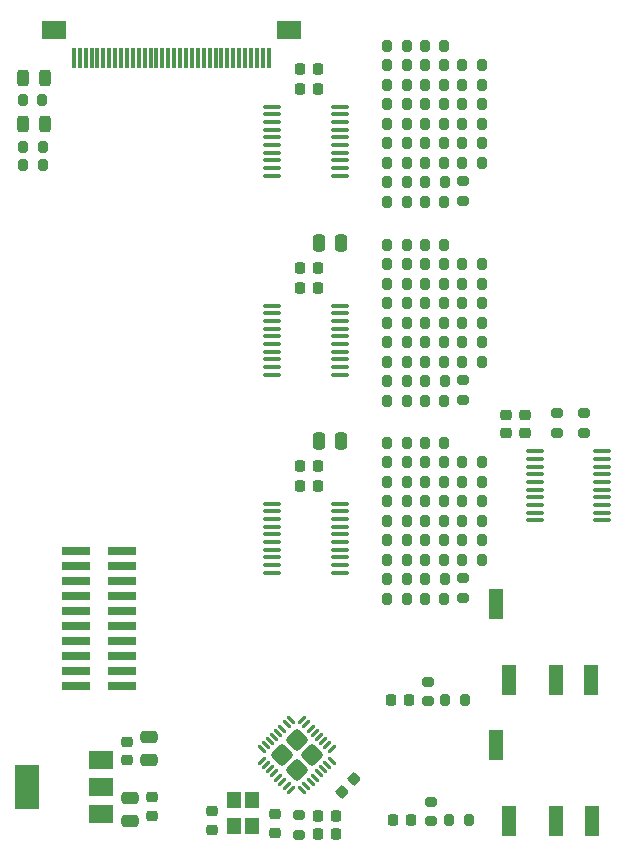
<source format=gtp>
G04 #@! TF.GenerationSoftware,KiCad,Pcbnew,7.0.9-7.0.9~ubuntu22.04.1*
G04 #@! TF.CreationDate,2023-12-05T21:20:47+02:00*
G04 #@! TF.ProjectId,iCE40HX-expansion,69434534-3048-4582-9d65-7870616e7369,rev?*
G04 #@! TF.SameCoordinates,Original*
G04 #@! TF.FileFunction,Paste,Top*
G04 #@! TF.FilePolarity,Positive*
%FSLAX46Y46*%
G04 Gerber Fmt 4.6, Leading zero omitted, Abs format (unit mm)*
G04 Created by KiCad (PCBNEW 7.0.9-7.0.9~ubuntu22.04.1) date 2023-12-05 21:20:47*
%MOMM*%
%LPD*%
G01*
G04 APERTURE LIST*
G04 Aperture macros list*
%AMRoundRect*
0 Rectangle with rounded corners*
0 $1 Rounding radius*
0 $2 $3 $4 $5 $6 $7 $8 $9 X,Y pos of 4 corners*
0 Add a 4 corners polygon primitive as box body*
4,1,4,$2,$3,$4,$5,$6,$7,$8,$9,$2,$3,0*
0 Add four circle primitives for the rounded corners*
1,1,$1+$1,$2,$3*
1,1,$1+$1,$4,$5*
1,1,$1+$1,$6,$7*
1,1,$1+$1,$8,$9*
0 Add four rect primitives between the rounded corners*
20,1,$1+$1,$2,$3,$4,$5,0*
20,1,$1+$1,$4,$5,$6,$7,0*
20,1,$1+$1,$6,$7,$8,$9,0*
20,1,$1+$1,$8,$9,$2,$3,0*%
G04 Aperture macros list end*
%ADD10R,0.300000X1.800000*%
%ADD11R,2.000000X1.500000*%
%ADD12R,1.200000X2.500000*%
%ADD13RoundRect,0.225000X0.225000X0.250000X-0.225000X0.250000X-0.225000X-0.250000X0.225000X-0.250000X0*%
%ADD14RoundRect,0.100000X-0.637500X-0.100000X0.637500X-0.100000X0.637500X0.100000X-0.637500X0.100000X0*%
%ADD15RoundRect,0.200000X0.200000X0.275000X-0.200000X0.275000X-0.200000X-0.275000X0.200000X-0.275000X0*%
%ADD16RoundRect,0.200000X0.275000X-0.200000X0.275000X0.200000X-0.275000X0.200000X-0.275000X-0.200000X0*%
%ADD17RoundRect,0.200000X-0.200000X-0.275000X0.200000X-0.275000X0.200000X0.275000X-0.200000X0.275000X0*%
%ADD18RoundRect,0.243750X-0.243750X-0.456250X0.243750X-0.456250X0.243750X0.456250X-0.243750X0.456250X0*%
%ADD19RoundRect,0.200000X-0.275000X0.200000X-0.275000X-0.200000X0.275000X-0.200000X0.275000X0.200000X0*%
%ADD20RoundRect,0.225000X-0.250000X0.225000X-0.250000X-0.225000X0.250000X-0.225000X0.250000X0.225000X0*%
%ADD21RoundRect,0.225000X-0.017678X0.335876X-0.335876X0.017678X0.017678X-0.335876X0.335876X-0.017678X0*%
%ADD22RoundRect,0.225000X0.250000X-0.225000X0.250000X0.225000X-0.250000X0.225000X-0.250000X-0.225000X0*%
%ADD23RoundRect,0.225000X-0.225000X-0.250000X0.225000X-0.250000X0.225000X0.250000X-0.225000X0.250000X0*%
%ADD24R,1.200000X1.400000*%
%ADD25R,2.000000X3.800000*%
%ADD26RoundRect,0.250000X-0.250000X-0.475000X0.250000X-0.475000X0.250000X0.475000X-0.250000X0.475000X0*%
%ADD27RoundRect,0.250000X-0.671751X0.000000X0.000000X-0.671751X0.671751X0.000000X0.000000X0.671751X0*%
%ADD28RoundRect,0.062500X-0.309359X0.220971X0.220971X-0.309359X0.309359X-0.220971X-0.220971X0.309359X0*%
%ADD29RoundRect,0.062500X-0.309359X-0.220971X-0.220971X-0.309359X0.309359X0.220971X0.220971X0.309359X0*%
%ADD30R,2.400000X0.740000*%
%ADD31RoundRect,0.250000X0.475000X-0.250000X0.475000X0.250000X-0.475000X0.250000X-0.475000X-0.250000X0*%
%ADD32RoundRect,0.250000X-0.475000X0.250000X-0.475000X-0.250000X0.475000X-0.250000X0.475000X0.250000X0*%
G04 APERTURE END LIST*
D10*
X109753000Y-55498500D03*
X110253000Y-55498500D03*
X110753000Y-55498500D03*
X111253000Y-55498500D03*
X111753000Y-55498500D03*
X112253000Y-55498500D03*
X112753000Y-55498500D03*
X113253000Y-55498500D03*
X113753000Y-55498500D03*
X114253000Y-55498500D03*
X114753000Y-55498500D03*
X115253000Y-55498500D03*
X115753000Y-55498500D03*
X116253000Y-55498500D03*
X116753000Y-55498500D03*
X117253000Y-55498500D03*
X117753000Y-55498500D03*
X118253000Y-55498500D03*
X118753000Y-55498500D03*
X119253000Y-55498500D03*
X119753000Y-55498500D03*
X120253000Y-55498500D03*
X120753000Y-55498500D03*
X121253000Y-55498500D03*
X121753000Y-55498500D03*
X122253000Y-55498500D03*
X122753000Y-55498500D03*
X123253000Y-55498500D03*
X123753000Y-55498500D03*
X124253000Y-55498500D03*
X124753000Y-55498500D03*
X125253000Y-55498500D03*
X125753000Y-55498500D03*
X126253000Y-55498500D03*
D11*
X127953000Y-53058500D03*
X108053000Y-53058500D03*
D12*
X150558000Y-108152000D03*
X153558000Y-108152000D03*
X145458000Y-101652000D03*
X146558000Y-108152000D03*
X150594000Y-120090000D03*
X153594000Y-120090000D03*
X145494000Y-113590000D03*
X146594000Y-120090000D03*
D13*
X130457299Y-58068401D03*
X128907299Y-58068401D03*
D14*
X126565800Y-93203600D03*
X126565800Y-93853600D03*
X126565800Y-94503600D03*
X126565800Y-95153600D03*
X126565800Y-95803600D03*
X126565800Y-96453600D03*
X126565800Y-97103600D03*
X126565800Y-97753600D03*
X126565800Y-98403600D03*
X126565800Y-99053600D03*
X132290800Y-99053600D03*
X132290800Y-98403600D03*
X132290800Y-97753600D03*
X132290800Y-97103600D03*
X132290800Y-96453600D03*
X132290800Y-95803600D03*
X132290800Y-95153600D03*
X132290800Y-94503600D03*
X132290800Y-93853600D03*
X132290800Y-93203600D03*
D15*
X144281801Y-96290199D03*
X142631801Y-96290199D03*
D16*
X139954000Y-120078000D03*
X139954000Y-118428000D03*
D17*
X139456800Y-77875200D03*
X141106800Y-77875200D03*
X136281800Y-91337200D03*
X137931800Y-91337200D03*
X139456801Y-96290199D03*
X141106801Y-96290199D03*
D15*
X144281800Y-89686199D03*
X142631800Y-89686199D03*
D17*
X136281800Y-57722001D03*
X137931800Y-57722001D03*
D13*
X130457299Y-73268599D03*
X128907299Y-73268599D03*
D17*
X136281799Y-89686200D03*
X137931799Y-89686200D03*
D18*
X105437700Y-61061600D03*
X107312700Y-61061600D03*
D17*
X139456800Y-57722001D03*
X141106800Y-57722001D03*
X136281799Y-71271199D03*
X137931799Y-71271199D03*
X136281800Y-67628000D03*
X137931800Y-67628000D03*
X139456800Y-81177200D03*
X141106800Y-81177200D03*
X136281800Y-94639200D03*
X137931800Y-94639200D03*
X139456800Y-64326001D03*
X141106800Y-64326001D03*
D14*
X126565800Y-59588401D03*
X126565800Y-60238401D03*
X126565800Y-60888401D03*
X126565800Y-61538401D03*
X126565800Y-62188401D03*
X126565800Y-62838401D03*
X126565800Y-63488401D03*
X126565800Y-64138401D03*
X126565800Y-64788401D03*
X126565800Y-65438401D03*
X132290800Y-65438401D03*
X132290800Y-64788401D03*
X132290800Y-64138401D03*
X132290800Y-63488401D03*
X132290800Y-62838401D03*
X132290800Y-62188401D03*
X132290800Y-61538401D03*
X132290800Y-60888401D03*
X132290800Y-60238401D03*
X132290800Y-59588401D03*
X148775500Y-88769000D03*
X148775500Y-89419000D03*
X148775500Y-90069000D03*
X148775500Y-90719000D03*
X148775500Y-91369000D03*
X148775500Y-92019000D03*
X148775500Y-92669000D03*
X148775500Y-93319000D03*
X148775500Y-93969000D03*
X148775500Y-94619000D03*
X154500500Y-94619000D03*
X154500500Y-93969000D03*
X154500500Y-93319000D03*
X154500500Y-92669000D03*
X154500500Y-92019000D03*
X154500500Y-91369000D03*
X154500500Y-90719000D03*
X154500500Y-90069000D03*
X154500500Y-89419000D03*
X154500500Y-88769000D03*
D17*
X139456800Y-71271198D03*
X141106800Y-71271198D03*
D15*
X144281800Y-77875200D03*
X142631800Y-77875200D03*
D17*
X136281800Y-97941200D03*
X137931800Y-97941200D03*
X136281799Y-72922200D03*
X137931799Y-72922200D03*
D15*
X143192000Y-120015000D03*
X141542000Y-120015000D03*
D17*
X139456800Y-56071000D03*
X141106800Y-56071000D03*
D13*
X131966000Y-121158000D03*
X130416000Y-121158000D03*
D19*
X128778000Y-119571000D03*
X128778000Y-121221000D03*
D13*
X130457299Y-90032599D03*
X128907299Y-90032599D03*
D17*
X136281800Y-74573200D03*
X137931800Y-74573200D03*
X136281801Y-96290199D03*
X137931801Y-96290199D03*
X139456800Y-67628000D03*
X141106800Y-67628000D03*
D20*
X116408200Y-118071600D03*
X116408200Y-119621600D03*
D17*
X136281800Y-64326001D03*
X137931800Y-64326001D03*
X136281800Y-76224199D03*
X137931800Y-76224199D03*
D15*
X144281800Y-97941200D03*
X142631800Y-97941200D03*
X107124000Y-62992000D03*
X105474000Y-62992000D03*
X144281800Y-94639200D03*
X142631800Y-94639200D03*
D13*
X130457299Y-74919600D03*
X128907299Y-74919600D03*
D17*
X139470000Y-76224199D03*
X141120000Y-76224199D03*
D21*
X133517008Y-116545992D03*
X132420992Y-117642008D03*
D22*
X114223801Y-114907400D03*
X114223801Y-113357400D03*
D23*
X136766000Y-120015000D03*
X138316000Y-120015000D03*
D16*
X142694800Y-84415198D03*
X142694800Y-82765198D03*
D14*
X126565800Y-76439600D03*
X126565800Y-77089600D03*
X126565800Y-77739600D03*
X126565800Y-78389600D03*
X126565800Y-79039600D03*
X126565800Y-79689600D03*
X126565800Y-80339600D03*
X126565800Y-80989600D03*
X126565800Y-81639600D03*
X126565800Y-82289600D03*
X132290800Y-82289600D03*
X132290800Y-81639600D03*
X132290800Y-80989600D03*
X132290800Y-80339600D03*
X132290800Y-79689600D03*
X132290800Y-79039600D03*
X132290800Y-78389600D03*
X132290800Y-77739600D03*
X132290800Y-77089600D03*
X132290800Y-76439600D03*
D15*
X144281800Y-76224199D03*
X142631800Y-76224199D03*
D24*
X123279000Y-118280000D03*
X123279000Y-120480000D03*
X124879000Y-120480000D03*
X124879000Y-118280000D03*
D17*
X139456801Y-62675000D03*
X141106801Y-62675000D03*
D11*
X112065200Y-119495600D03*
X112065200Y-117195600D03*
D25*
X105765200Y-117195600D03*
D11*
X112065200Y-114895600D03*
D17*
X139520800Y-99592198D03*
X141170800Y-99592198D03*
D15*
X144281800Y-92988199D03*
X142631800Y-92988199D03*
X144281800Y-81177200D03*
X142631800Y-81177200D03*
X142836400Y-109829600D03*
X141186400Y-109829600D03*
D26*
X130484801Y-87909400D03*
X132384801Y-87909400D03*
D23*
X136600600Y-109829600D03*
X138150600Y-109829600D03*
D17*
X139456800Y-89686199D03*
X141106800Y-89686199D03*
X139456800Y-84479199D03*
X141106800Y-84479199D03*
X139520800Y-65976999D03*
X141170800Y-65976999D03*
D22*
X147955000Y-87211200D03*
X147955000Y-85661200D03*
D17*
X139470000Y-59373000D03*
X141120000Y-59373000D03*
X139456800Y-61024001D03*
X141106800Y-61024001D03*
X139456800Y-94639200D03*
X141106800Y-94639200D03*
X136281799Y-54420000D03*
X137931799Y-54420000D03*
X139456800Y-91337200D03*
X141106800Y-91337200D03*
D27*
X128611456Y-113214218D03*
X127338664Y-114487010D03*
X129884248Y-114487010D03*
X128611456Y-115759802D03*
D28*
X128125320Y-111526000D03*
X127771767Y-111879554D03*
X127418213Y-112233107D03*
X127064660Y-112586661D03*
X126711107Y-112940214D03*
X126357553Y-113293767D03*
X126004000Y-113647321D03*
X125650446Y-114000874D03*
D29*
X125650446Y-114973146D03*
X126004000Y-115326699D03*
X126357553Y-115680253D03*
X126711107Y-116033806D03*
X127064660Y-116387359D03*
X127418213Y-116740913D03*
X127771767Y-117094466D03*
X128125320Y-117448020D03*
D28*
X129097592Y-117448020D03*
X129451145Y-117094466D03*
X129804699Y-116740913D03*
X130158252Y-116387359D03*
X130511805Y-116033806D03*
X130865359Y-115680253D03*
X131218912Y-115326699D03*
X131572466Y-114973146D03*
D29*
X131572466Y-114000874D03*
X131218912Y-113647321D03*
X130865359Y-113293767D03*
X130511805Y-112940214D03*
X130158252Y-112586661D03*
X129804699Y-112233107D03*
X129451145Y-111879554D03*
X129097592Y-111526000D03*
D22*
X146384800Y-87198200D03*
X146384800Y-85648200D03*
D15*
X144281800Y-74573200D03*
X142631800Y-74573200D03*
D17*
X136281800Y-59373000D03*
X137931800Y-59373000D03*
X136281800Y-61024001D03*
X137931800Y-61024001D03*
X139456800Y-97941200D03*
X141106800Y-97941200D03*
X136281799Y-56071001D03*
X137931799Y-56071001D03*
X136281800Y-81177200D03*
X137931800Y-81177200D03*
D20*
X121412000Y-119240000D03*
X121412000Y-120790000D03*
D30*
X109937000Y-97205800D03*
X113837000Y-97205800D03*
X109937000Y-98475800D03*
X113837000Y-98475800D03*
X109937000Y-99745800D03*
X113837000Y-99745800D03*
X109937000Y-101015800D03*
X113837000Y-101015800D03*
X109937000Y-102285800D03*
X113837000Y-102285800D03*
X109937000Y-103555800D03*
X113837000Y-103555800D03*
X109937000Y-104825800D03*
X113837000Y-104825800D03*
X109937000Y-106095800D03*
X113837000Y-106095800D03*
X109937000Y-107365800D03*
X113837000Y-107365800D03*
X109937000Y-108635800D03*
X113837000Y-108635800D03*
D18*
X105435400Y-57150000D03*
X107310400Y-57150000D03*
D15*
X144281801Y-62675000D03*
X142631801Y-62675000D03*
X144281800Y-57722001D03*
X142631800Y-57722001D03*
X144281800Y-72922199D03*
X142631800Y-72922199D03*
D22*
X126746000Y-121044000D03*
X126746000Y-119494000D03*
D17*
X136281800Y-84479199D03*
X137931800Y-84479199D03*
X139456800Y-74573200D03*
X141106800Y-74573200D03*
D13*
X130457299Y-56417400D03*
X128907299Y-56417400D03*
D17*
X136281800Y-77875200D03*
X137931800Y-77875200D03*
X139470000Y-92988199D03*
X141120000Y-92988199D03*
D16*
X139700000Y-109918000D03*
X139700000Y-108268000D03*
D15*
X144281800Y-61024001D03*
X142631800Y-61024001D03*
D31*
X116128800Y-114894400D03*
X116128800Y-112994400D03*
D17*
X136281800Y-82828198D03*
X137931800Y-82828198D03*
X136281799Y-88035199D03*
X137931799Y-88035199D03*
D13*
X131966000Y-119634000D03*
X130416000Y-119634000D03*
D17*
X136281801Y-79526199D03*
X137931801Y-79526199D03*
X139456800Y-54419999D03*
X141106800Y-54419999D03*
D15*
X144281801Y-79526199D03*
X142631801Y-79526199D03*
D16*
X142694800Y-67563999D03*
X142694800Y-65913999D03*
D17*
X136281800Y-99592198D03*
X137931800Y-99592198D03*
D15*
X107073200Y-59055000D03*
X105423200Y-59055000D03*
X144281800Y-64326001D03*
X142631800Y-64326001D03*
D26*
X130469600Y-71094600D03*
X132369600Y-71094600D03*
D17*
X136281800Y-92988199D03*
X137931800Y-92988199D03*
D15*
X107124000Y-64516000D03*
X105474000Y-64516000D03*
D16*
X142694800Y-101179198D03*
X142694800Y-99529198D03*
D32*
X114503200Y-118150600D03*
X114503200Y-120050600D03*
D17*
X139456801Y-79526199D03*
X141106801Y-79526199D03*
X139456800Y-72922199D03*
X141106800Y-72922199D03*
X136281800Y-101243199D03*
X137931800Y-101243199D03*
X136281800Y-65976999D03*
X137931800Y-65976999D03*
D13*
X130457299Y-91683600D03*
X128907299Y-91683600D03*
D15*
X144281800Y-59373000D03*
X142631800Y-59373000D03*
D16*
X152908000Y-87185000D03*
X152908000Y-85535000D03*
D17*
X139456800Y-88035198D03*
X141106800Y-88035198D03*
D16*
X150622000Y-87185000D03*
X150622000Y-85535000D03*
D15*
X144281800Y-91337200D03*
X142631800Y-91337200D03*
D17*
X139456800Y-101243199D03*
X141106800Y-101243199D03*
D15*
X144281800Y-56071000D03*
X142631800Y-56071000D03*
D17*
X136281801Y-62675000D03*
X137931801Y-62675000D03*
X139520800Y-82828198D03*
X141170800Y-82828198D03*
M02*

</source>
